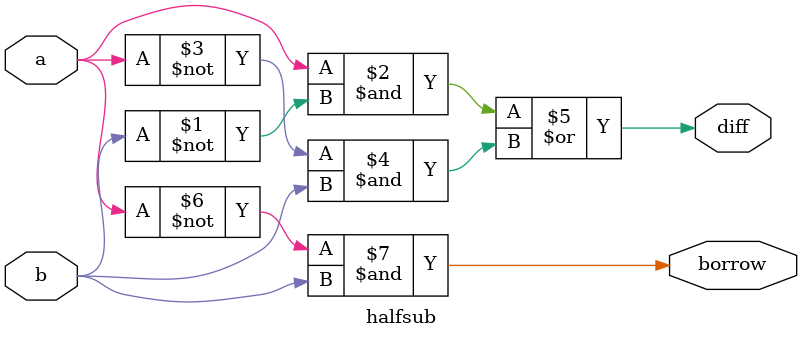
<source format=v>
module halfsub
(
   input wire a,b,
   output wire diff,borrow
);

assign diff=(a&~b)|(~a&b);
assign borrow=~a&b;
endmodule



</source>
